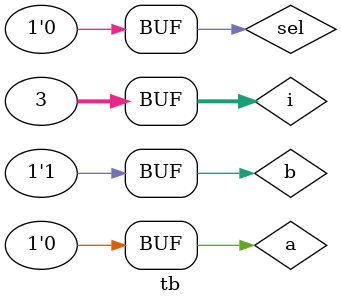
<source format=v>
module TwoToOneMux(input a, b, sel,output reg c);
  always @ ( a or b or sel) begin
	c = sel ? a : b;
  end
endmodule

module tb;
  reg a, b, sel;
  wire c;
  integer i;

  TwoToOneMux u0( .a(a), .b(b), .sel(sel), .c(c));

  initial begin
    a <= 0;
    b <= 0;
    sel <= 0;

    $monitor("a=%0b b=%0b sel=%0b c=%0b", a, b, sel, c);

    for (i = 0; i < 3; i = i + 1) begin
      {a, b, sel} = i;
      #10;
    end
  end
endmodule

</source>
